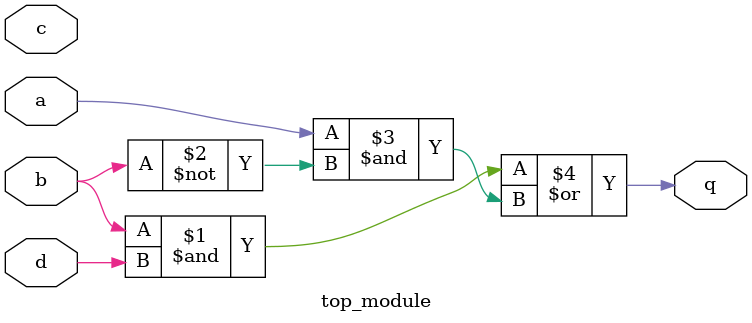
<source format=sv>
module top_module (
    input a,
    input b,
    input c,
    input d,
    output q
);

    assign q = (b & d) | (a & ~b);

endmodule

</source>
